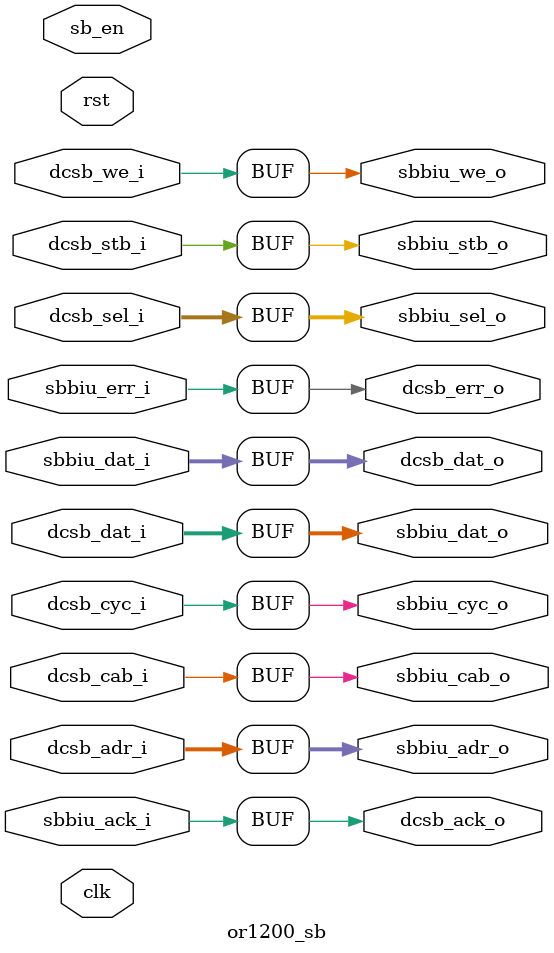
<source format=v>

`timescale 1ps/1ps
// synopsys translate_on
//////////////////////////////////////////////////////////////////////
////                                                              ////
////  OR1200's definitions                                        ////
////                                                              ////
////  This file is part of the OpenRISC 1200 project              ////
////  http://opencores.org/project,or1k                           ////
////                                                              ////
////  Description                                                 ////
////  Defines for the OR1200 core                                 ////
////                                                              ////
////  To Do:                                                      ////
////   - add parameters that are missing                          ////
////                                                              ////
////  Author(s):                                                  ////
////      - Damjan Lampret, lampret@opencores.org                 ////
////                                                              ////
//////////////////////////////////////////////////////////////////////
////                                                              ////
//// Copyright (C) 2000 Authors and OPENCORES.ORG                 ////
////                                                              ////
//// This source file may be used and distributed without         ////
//// restriction provided that this copyright statement is not    ////
//// removed from the file and that any derivative work contains  ////
//// the original copyright notice and the associated disclaimer. ////
////                                                              ////
//// This source file is free software; you can redistribute it   ////
//// and/or modify it under the terms of the GNU Lesser General   ////
//// Public License as published by the Free Software Foundation; ////
//// either version 2.1 of the License, or (at your option) any   ////
//// later version.                                               ////
////                                                              ////
//// This source is distributed in the hope that it will be       ////
//// useful, but WITHOUT ANY WARRANTY; without even the implied   ////
//// warranty of MERCHANTABILITY or FITNESS FOR A PARTICULAR      ////
//// PURPOSE.  See the GNU Lesser General Public License for more ////
//// details.                                                     ////
////                                                              ////
//// You should have received a copy of the GNU Lesser General    ////
//// Public License along with this source; if not, download it   ////
//// from http://www.opencores.org/lgpl.shtml                     ////
////                                                              ////
//////////////////////////////////////////////////////////////////////
//
// $Log: or1200_defines.v,v $
// Revision 2.0  2010/06/30 11:00:00  ORSoC
// Minor update: 
// Defines added, bugs fixed. 

//
// Dump VCD
//
//`define OR1200_VCD_DUMP

//
// Generate debug messages during simulation
//
//`define OR1200_VERBOSE

////////////////////////////////////////////////////////
//
// Typical configuration for an ASIC
//

//
// Target ASIC memories
//
//`define OR1200_ARTISAN_SSP
//`define OR1200_ARTISAN_SDP
//`define OR1200_ARTISAN_STP
//`define OR1200_VIRTUALSILICON_SSP
//`define OR1200_VIRTUALSILICON_STP_T1
//`define OR1200_VIRTUALSILICON_STP_T2

//
// Do not implement Data cache
//

//
// Do not implement Insn cache
//

//
// Do not implement Data MMU
//
//`define OR1200_NO_DMMU

//
// Do not implement Insn MMU
//
//`define OR1200_NO_IMMU

//
// Select between ASIC optimized and generic multiplier
//
//`define OR1200_GENERIC_MULTP2_32X32

//
// Size/type of insn/data cache if implemented
//
// `define OR1200_IC_1W_4KB
// `define OR1200_IC_1W_8KB
// `define OR1200_DC_1W_8KB



//////////////////////////////////////////////////////////
//
// Do not change below unless you know what you are doing
//

//
// Reset active low
//
//`define OR1200_RST_ACT_LOW

//
// Enable RAM BIST
//
// At the moment this only works for Virtual Silicon
// single port RAMs. For other RAMs it has not effect.
// Special wrapper for VS RAMs needs to be provided
// with scan flops to facilitate bist scan.
//
//`define OR1200_BIST

//
// Register OR1200 WISHBONE outputs
// (must be defined/enabled)
//

//
// Register OR1200 WISHBONE inputs
//
// (must be undefined/disabled)
//
//`define OR1200_REGISTERED_INPUTS

//
// Disable bursts if they are not supported by the
// memory subsystem (only affect cache line fill)
//
//`define OR1200_NO_BURSTS
//

//
// WISHBONE retry counter range
//
// 2^value range for retry counter. Retry counter
// is activated whenever *wb_rty_i is asserted and
// until retry counter expires, corresponding
// WISHBONE interface is deactivated.
//
// To disable retry counters and *wb_rty_i all together,
// undefine this macro.
//
//`define OR1200_WB_RETRY 7

//
// WISHBONE Consecutive Address Burst
//
// This was used prior to WISHBONE B3 specification
// to identify bursts. It is no longer needed but
// remains enabled for compatibility with old designs.
//
// To remove *wb_cab_o ports undefine this macro.
//
//`define OR1200_WB_CAB

//
// WISHBONE B3 compatible interface
//
// This follows the WISHBONE B3 specification.
// It is not enabled by default because most
// designs still don't use WB b3.
//
// To enable *wb_cti_o/*wb_bte_o ports,
// define this macro.
//

//
// LOG all WISHBONE accesses
//

//
// Enable additional synthesis directives if using
// _Synopsys_ synthesis tool
//
//`define OR1200_ADDITIONAL_SYNOPSYS_DIRECTIVES

//
// Enables default statement in some case blocks
// and disables Synopsys synthesis directive full_case
//
// By default it is enabled. When disabled it
// can increase clock frequency.
//

//
// Operand width / register file address width
//
// (DO NOT CHANGE)
//

//
// l.add/l.addi/l.and and optional l.addc/l.addic
// also set (compare) flag when result of their
// operation equals zero
//
// At the time of writing this, default or32
// C/C++ compiler doesn't generate code that
// would benefit from this optimization.
//
// By default this optimization is disabled to
// save area.
//
//`define OR1200_ADDITIONAL_FLAG_MODIFIERS

//
// Implement l.addc/l.addic instructions
//
// By default implementation of l.addc/l.addic
// instructions is enabled in case you need them.
// If you don't use them, then disable implementation
// to save area.
//

//
// Implement l.sub instruction
//
// By default implementation of l.sub instructions
// is enabled to be compliant with the simulator.
// If you don't use carry bit, then disable
// implementation to save area.
//

//
// Implement carry bit SR[CY]
//
//
// By default implementation of SR[CY] is enabled
// to be compliant with the simulator. However SR[CY]
// is explicitly only used by l.addc/l.addic/l.sub
// instructions and if these three insns are not
// implemented there is not much point having SR[CY].
//

//
// Implement carry bit SR[OV]
//
// Compiler doesn't use this, but other code may like
// to.
//

//
// Implement carry bit SR[OVE]
//
// Overflow interrupt indicator. When enabled, SR[OV] flag
// does not remain asserted after exception.
//


//
// Implement rotate in the ALU
//
// At the time of writing this, or32
// C/C++ compiler doesn't generate rotate
// instructions. However or32 assembler
// can assemble code that uses rotate insn.
// This means that rotate instructions
// must be used manually inserted.
//
// By default implementation of rotate
// is disabled to save area and increase
// clock frequency.
//
//`define OR1200_IMPL_ALU_ROTATE

//
// Type of ALU compare to implement
//
// Try to find which synthesizes with
// most efficient logic use or highest speed.
//
//`define OR1200_IMPL_ALU_COMP1
//`define OR1200_IMPL_ALU_COMP2

//
// Implement Find First/Last '1'
//

//
// Implement l.cust5 ALU instruction
//
//`define OR1200_IMPL_ALU_CUST5

//
// Implement l.extXs and l.extXz instructions
//

//
// Implement multiplier
//
// By default multiplier is implemented
//

//
// Implement multiply-and-accumulate
//
// By default MAC is implemented. To
// implement MAC, multiplier (non-serial) needs to be
// implemented.
//
//`define OR1200_MAC_IMPLEMENTED

//
// Implement optional l.div/l.divu instructions
//
// By default divide instructions are not implemented
// to save area.
//
//

//
// Serial multiplier.
//
//`define OR1200_MULT_SERIAL

//
// Serial divider.
// Uncomment to use a serial divider, otherwise will
// be a generic parallel implementation.
//

//
// Implement HW Single Precision FPU
//
//`define OR1200_FPU_IMPLEMENTED

//
// Clock ratio RISC clock versus WB clock
//
// If you plan to run WB:RISC clock fixed to 1:1, disable
// both defines
//
// For WB:RISC 1:2 or 1:1, enable OR1200_CLKDIV_2_SUPPORTED
// and use clmode to set ratio
//
// For WB:RISC 1:4, 1:2 or 1:1, enable both defines and use
// clmode to set ratio
//
//`define OR1200_CLKDIV_2_SUPPORTED
//`define OR1200_CLKDIV_4_SUPPORTED

//
// Type of register file RAM
//
// Memory macro w/ two ports (see or1200_tpram_32x32.v)
//`define OR1200_RFRAM_TWOPORT
//
// Memory macro dual port (see or1200_dpram.v)

//
// Generic (flip-flop based) register file (see or1200_rfram_generic.v)
//`define OR1200_RFRAM_GENERIC
//  Generic register file supports - 16 registers 

//
// Type of mem2reg aligner to implement.
//
// Once OR1200_IMPL_MEM2REG2 yielded faster
// circuit, however with today tools it will
// most probably give you slower circuit.
//
//`define OR1200_IMPL_MEM2REG2

//
// Reset value and event
//
    
//
// ALUOPs
//
/* LS-nibble encodings correspond to bits [3:0] of instruction */

/* Values sent to ALU from decode unit - not defined by ISA */

// ALU instructions second opcode field

//
// MACOPs
//

//
// Shift/rotate ops
//

//
// Zero/Sign Extend ops
//

// Execution cycles per instruction

// Execution control which will "wait on" a module to finish


// Operand MUX selects

//
// BRANCHOPs
//

//
// LSUOPs
//
// Bit 0: sign extend
// Bits 1-2: 00 doubleword, 01 byte, 10 halfword, 11 singleword
// Bit 3: 0 load, 1 store

// Number of bits of load/store EA precalculated in ID stage
// for balancing ID and EX stages.
//
// Valid range: 2,3,...,30,31

// FETCHOPs

//
// Register File Write-Back OPs
//
// Bit 0: register file write enable
// Bits 3-1: write-back mux selects
//

// Compare instructions

//
// FP OPs
//
// MSbit indicates FPU operation valid
//
// FPU unit from Usselman takes 5 cycles from decode, so 4 ex. cycles
// FP instruction is double precision if bit 4 is set. We're a 32-bit 
// implementation thus do not support double precision FP 
// FP Compare instructions

//
// TAGs for instruction bus
//

//
// TAGs for data bus
//


//////////////////////////////////////////////
//
// ORBIS32 ISA specifics
//

// SHROT_OP position in machine word

//
// Instruction opcode groups (basic)
//
/* */
/* */
/* */
/* */

/////////////////////////////////////////////////////
//
// Exceptions
//

//
// Exception vectors per OR1K architecture:
// 0xPPPPP100 - reset
// 0xPPPPP200 - bus error
// ... etc
// where P represents exception prefix.
//
// Exception vectors can be customized as per
// the following formula:
// 0xPPPPPNVV - exception N
//
// P represents exception prefix
// N represents exception N
// VV represents length of the individual vector space,
//   usually it is 8 bits wide and starts with all bits zero
//

//
// PPPPP and VV parts
//
// Sum of these two defines needs to be 28
//

//
// N part width
//

//
// Definition of exception vectors
//
// To avoid implementation of a certain exception,
// simply comment out corresponding line
//


/////////////////////////////////////////////////////
//
// SPR groups
//

// Bits that define the group

// Width of the group bits

// Bits that define offset inside the group

// List of groups

/////////////////////////////////////////////////////
//
// System group
//

//
// System registers
//

//
// SR bits
//

//
// Bits that define offset inside the group
//

//
// Default Exception Prefix
//
// 1'b0 - OR1200_EXCEPT_EPH0_P (0x0000_0000)
// 1'b1 - OR1200_EXCEPT_EPH1_P (0xF000_0000)
//


//
// FPCSR bits
//

/////////////////////////////////////////////////////
//
// Power Management (PM)
//

// Define it if you want PM implemented
//`define OR1200_PM_IMPLEMENTED

// Bit positions inside PMR (don't change)

// PMR offset inside PM group of registers

// PM group

// Define if PMR can be read/written at any address inside PM group

// Define if reading PMR is allowed

// Define if unused PMR bits should be zero


/////////////////////////////////////////////////////
//
// Debug Unit (DU)
//

// Define it if you want DU implemented

//
// Define if you want HW Breakpoints
// (if HW breakpoints are not implemented
// only default software trapping is
// possible with l.trap insn - this is
// however already enough for use
// with or32 gdb)
//
//`define OR1200_DU_HWBKPTS

// Number of DVR/DCR pairs if HW breakpoints enabled
//	Comment / uncomment DU_DVRn / DU_DCRn pairs bellow according to this number ! 
//	DU_DVR0..DU_DVR7 should be uncommented for 8 DU_DVRDCR_PAIRS 

// Define if you want trace buffer
//	(for now only available for Xilinx Virtex FPGAs)
//`define OR1200_DU_TB_IMPLEMENTED


//
// Address offsets of DU registers inside DU group
//
// To not implement a register, doq not define its address
//

// Position of offset bits inside SPR address

// DCR bits

// DMR1 bits

// DMR2 bits

// DWCR bits

// DSR bits

// DRR bits

// Define if reading DU regs is allowed

// Define if unused DU registers bits should be zero

// Define if IF/LSU status is not needed by devel i/f

/////////////////////////////////////////////////////
//
// Programmable Interrupt Controller (PIC)
//

// Define it if you want PIC implemented

// Define number of interrupt inputs (2-31)

// Address offsets of PIC registers inside PIC group

// Position of offset bits inside SPR address

// Define if you want these PIC registers to be implemented

// Define if reading PIC registers is allowed

// Define if unused PIC register bits should be zero


/////////////////////////////////////////////////////
//
// Tick Timer (TT)
//

// Define it if you want TT implemented

// Address offsets of TT registers inside TT group

// Position of offset bits inside SPR group

// Define if you want these TT registers to be implemented

// TTMR bits

// Define if reading TT registers is allowed


//////////////////////////////////////////////
//
// MAC
//

//
// Shift {MACHI,MACLO} into destination register when executing l.macrc
//
// According to architecture manual there is no shift, so default value is 0.
// However the implementation has deviated in this from the arch manual and had
// hard coded shift by 28 bits which is a useful optimization for MP3 decoding 
// (if using libmad fixed point library). Shifts are no longer default setup, 
// but if you need to remain backward compatible, define your shift bits, which
// were normally
// dest_GPR = {MACHI,MACLO}[59:28]


//////////////////////////////////////////////
//
// Data MMU (DMMU)
//

//
// Address that selects between TLB TR and MR
//

//
// DTLBMR fields
//

//
// DTLBTR fields
//

//
// DTLB configuration
//

//
// Cache inhibit while DMMU is not enabled/implemented
//
// cache inhibited 0GB-4GB		1'b1
// cache inhibited 0GB-2GB		!dcpu_adr_i[31]
// cache inhibited 0GB-1GB 2GB-3GB	!dcpu_adr_i[30]
// cache inhibited 1GB-2GB 3GB-4GB	dcpu_adr_i[30]
// cache inhibited 2GB-4GB (default)	dcpu_adr_i[31]
// cached 0GB-4GB			1'b0
//


//////////////////////////////////////////////
//
// Insn MMU (IMMU)
//

//
// Address that selects between TLB TR and MR
//

//
// ITLBMR fields
//

//
// ITLBTR fields
//

//
// ITLB configuration
//

//
// Cache inhibit while IMMU is not enabled/implemented
// Note: all combinations that use icpu_adr_i cause async loop
//
// cache inhibited 0GB-4GB		1'b1
// cache inhibited 0GB-2GB		!icpu_adr_i[31]
// cache inhibited 0GB-1GB 2GB-3GB	!icpu_adr_i[30]
// cache inhibited 1GB-2GB 3GB-4GB	icpu_adr_i[30]
// cache inhibited 2GB-4GB (default)	icpu_adr_i[31]
// cached 0GB-4GB			1'b0
//


/////////////////////////////////////////////////
//
// Insn cache (IC)
//

// 4 for 16 byte line, 5 for 32 byte lines.
 
//
// IC configurations
//


/////////////////////////////////////////////////
//
// Data cache (DC)
//

// 4 for 16 bytes, 5 for 32 bytes
 
// Define to enable default behavior of cache as write through
// Turning this off enabled write back statergy
//

// Define to enable stores from the stack not doing writethrough.
// EXPERIMENTAL
//`define OR1200_DC_NOSTACKWRITETHROUGH

// Data cache SPR definitions
// Data cache group SPR addresses

//
// DC configurations
//


/////////////////////////////////////////////////
//
// Store buffer (SB)
//

//
// Store buffer
//
// It will improve performance by "caching" CPU stores
// using store buffer. This is most important for function
// prologues because DC can only work in write though mode
// and all stores would have to complete external WB writes
// to memory.
// Store buffer is between DC and data BIU.
// All stores will be stored into store buffer and immediately
// completed by the CPU, even though actual external writes
// will be performed later. As a consequence store buffer masks
// all data bus errors related to stores (data bus errors
// related to loads are delivered normally).
// All pending CPU loads will wait until store buffer is empty to
// ensure strict memory model. Right now this is necessary because
// we don't make destinction between cached and cache inhibited
// address space, so we simply empty store buffer until loads
// can begin.
//
// It makes design a bit bigger, depending what is the number of
// entries in SB FIFO. Number of entries can be changed further
// down.
//
//`define OR1200_SB_IMPLEMENTED

//
// Number of store buffer entries
//
// Verified number of entries are 4 and 8 entries
// (2 and 3 for OR1200_SB_LOG). OR1200_SB_ENTRIES must
// always match 2**OR1200_SB_LOG.
// To disable store buffer, undefine
// OR1200_SB_IMPLEMENTED.
//


/////////////////////////////////////////////////
//
// Quick Embedded Memory (QMEM)
//

//
// Quick Embedded Memory
//
// Instantiation of dedicated insn/data memory (RAM or ROM).
// Insn fetch has effective throughput 1insn / clock cycle.
// Data load takes two clock cycles / access, data store
// takes 1 clock cycle / access (if there is no insn fetch)).
// Memory instantiation is shared between insn and data,
// meaning if insn fetch are performed, data load/store
// performance will be lower.
//
// Main reason for QMEM is to put some time critical functions
// into this memory and to have predictable and fast access
// to these functions. (soft fpu, context switch, exception
// handlers, stack, etc)
//
// It makes design a bit bigger and slower. QMEM sits behind
// IMMU/DMMU so all addresses are physical (so the MMUs can be
// used with QMEM and QMEM is seen by the CPU just like any other
// memory in the system). IC/DC are sitting behind QMEM so the
// whole design timing might be worse with QMEM implemented.
//
//`define OR1200_QMEM_IMPLEMENTED

//
// Base address and mask of QMEM
//
// Base address defines first address of QMEM. Mask defines
// QMEM range in address space. Actual size of QMEM is however
// determined with instantiated RAM/ROM. However bigger
// mask will reserve more address space for QMEM, but also
// make design faster, while more tight mask will take
// less address space but also make design slower. If
// instantiated RAM/ROM is smaller than space reserved with
// the mask, instatiated RAM/ROM will also be shadowed
// at higher addresses in reserved space.
//

//
// QMEM interface byte-select capability
//
// To enable qmem_sel* ports, define this macro.
//
//`define OR1200_QMEM_BSEL

//
// QMEM interface acknowledge
//
// To enable qmem_ack port, define this macro.
//
//`define OR1200_QMEM_ACK

/////////////////////////////////////////////////////
//
// VR, UPR and Configuration Registers
//
//
// VR, UPR and configuration registers are optional. If 
// implemented, operating system can automatically figure
// out how to use the processor because it knows 
// what units are available in the processor and how they
// are configured.
//
// This section must be last in or1200_defines.v file so
// that all units are already configured and thus
// configuration registers are properly set.
// 

// Define if you want configuration registers implemented

// Define if you want full address decode inside SYS group

// Offsets of VR, UPR and CFGR registers

// VR fields

// VR values

// UPR fields

// UPR values

// CPUCFGR fields

// CPUCFGR values
     

// DMMUCFGR fields

// DMMUCFGR values

// IMMUCFGR fields

// IMMUCFGR values

// DCCFGR fields

// DCCFGR values

// ICCFGR fields

// ICCFGR values

// DCFGR fields

// DCFGR values

///////////////////////////////////////////////////////////////////////////////
// Boot Address Selection                                                    //
//                                                                           //
// Allows a definable boot address, potentially different to the usual reset //
// vector to allow for power-on code to be run, if desired.                  //
//                                                                           //
// OR1200_BOOT_ADR should be the 32-bit address of the boot location         //
//                                                                           //
// For default reset behavior uncomment the settings under the "Boot 0x100"  //
// comment below.                                                            //
//                                                                           //
///////////////////////////////////////////////////////////////////////////////
// Boot from 0xf0000100
//`define OR1200_BOOT_ADR 32'hf0000100
// Boot from 0x100
 
module or1200_sb(
	// RISC clock, reset
	clk, rst,

	// Internal RISC bus (SB)
	sb_en,

	// Internal RISC bus (DC<->SB)
	dcsb_dat_i, dcsb_adr_i, dcsb_cyc_i, dcsb_stb_i, dcsb_we_i, dcsb_sel_i, dcsb_cab_i,
	dcsb_dat_o, dcsb_ack_o, dcsb_err_o,

	// BIU bus
	sbbiu_dat_o, sbbiu_adr_o, sbbiu_cyc_o, sbbiu_stb_o, sbbiu_we_o, sbbiu_sel_o, sbbiu_cab_o,
	sbbiu_dat_i, sbbiu_ack_i, sbbiu_err_i
);

parameter dw = 32;
parameter aw = 32;

//
// RISC clock, reset
//
input			clk;		// RISC clock
input			rst;		// RISC reset

//
// Internal RISC bus (SB)
//
input			sb_en;		// SB enable

//
// Internal RISC bus (DC<->SB)
//
input	[dw-1:0]	dcsb_dat_i;	// input data bus
input	[aw-1:0]	dcsb_adr_i;	// address bus
input			dcsb_cyc_i;	// WB cycle
input			dcsb_stb_i;	// WB strobe
input			dcsb_we_i;	// WB write enable
input			dcsb_cab_i;	// CAB input
input	[3:0]		dcsb_sel_i;	// byte selects
output	[dw-1:0]	dcsb_dat_o;	// output data bus
output			dcsb_ack_o;	// ack output
output			dcsb_err_o;	// err output

//
// BIU bus
//
output	[dw-1:0]	sbbiu_dat_o;	// output data bus
output	[aw-1:0]	sbbiu_adr_o;	// address bus
output			sbbiu_cyc_o;	// WB cycle
output			sbbiu_stb_o;	// WB strobe
output			sbbiu_we_o;	// WB write enable
output			sbbiu_cab_o;	// CAB input
output	[3:0]		sbbiu_sel_o;	// byte selects
input	[dw-1:0]	sbbiu_dat_i;	// input data bus
input			sbbiu_ack_i;	// ack output
input			sbbiu_err_i;	// err output


assign sbbiu_dat_o = dcsb_dat_i;
assign sbbiu_adr_o = dcsb_adr_i;
assign sbbiu_cyc_o = dcsb_cyc_i;
assign sbbiu_stb_o = dcsb_stb_i;
assign sbbiu_we_o = dcsb_we_i;
assign sbbiu_cab_o = dcsb_cab_i;
assign sbbiu_sel_o = dcsb_sel_i;
assign dcsb_dat_o = sbbiu_dat_i;
assign dcsb_ack_o = sbbiu_ack_i;
assign dcsb_err_o = sbbiu_err_i;


endmodule

</source>
